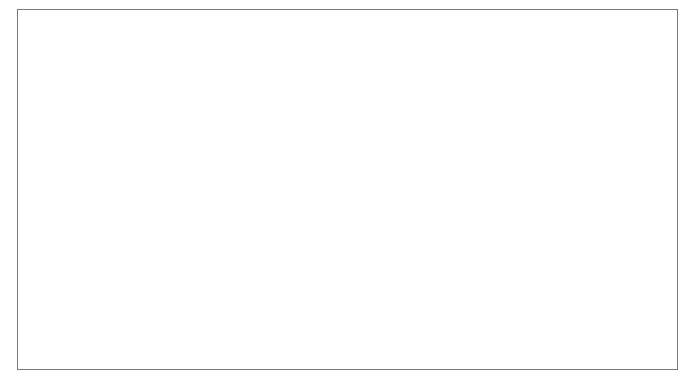
<source format=gbr>
%TF.GenerationSoftware,KiCad,Pcbnew,6.0.4-6f826c9f35~116~ubuntu20.04.1*%
%TF.CreationDate,2022-04-11T14:43:54+02:00*%
%TF.ProjectId,TestProject,54657374-5072-46f6-9a65-63742e6b6963,rev?*%
%TF.SameCoordinates,Original*%
%TF.FileFunction,Profile,NP*%
%FSLAX46Y46*%
G04 Gerber Fmt 4.6, Leading zero omitted, Abs format (unit mm)*
G04 Created by KiCad (PCBNEW 6.0.4-6f826c9f35~116~ubuntu20.04.1) date 2022-04-11 14:43:54*
%MOMM*%
%LPD*%
G01*
G04 APERTURE LIST*
%TA.AperFunction,Profile*%
%ADD10C,0.100000*%
%TD*%
G04 APERTURE END LIST*
D10*
X12700000Y-43180000D02*
X68580000Y-43180000D01*
X12700000Y-12700000D02*
X12700000Y-43180000D01*
X68580000Y-12700000D02*
X12700000Y-12700000D01*
X68580000Y-43180000D02*
X68580000Y-12700000D01*
M02*

</source>
